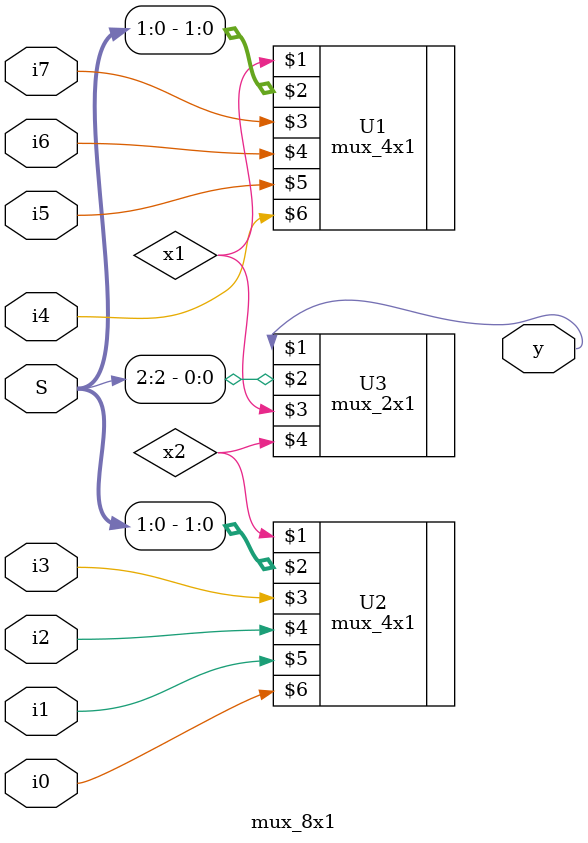
<source format=sv>
module mux_8x1(y, S, i7, i6, i5, i4, i3, i2, i1, i0);
input i7, i6, i5, i4, i3, i2, i1, i0;
input [2:0] S;
output y;

mux_4x1 U1 (x1, S[1:0], i7, i6, i5, i4);
mux_4x1 U2 (x2, S[1:0], i3, i2, i1, i0);
mux_2x1 U3 (y,  S[2], x1, x2);

endmodule
</source>
